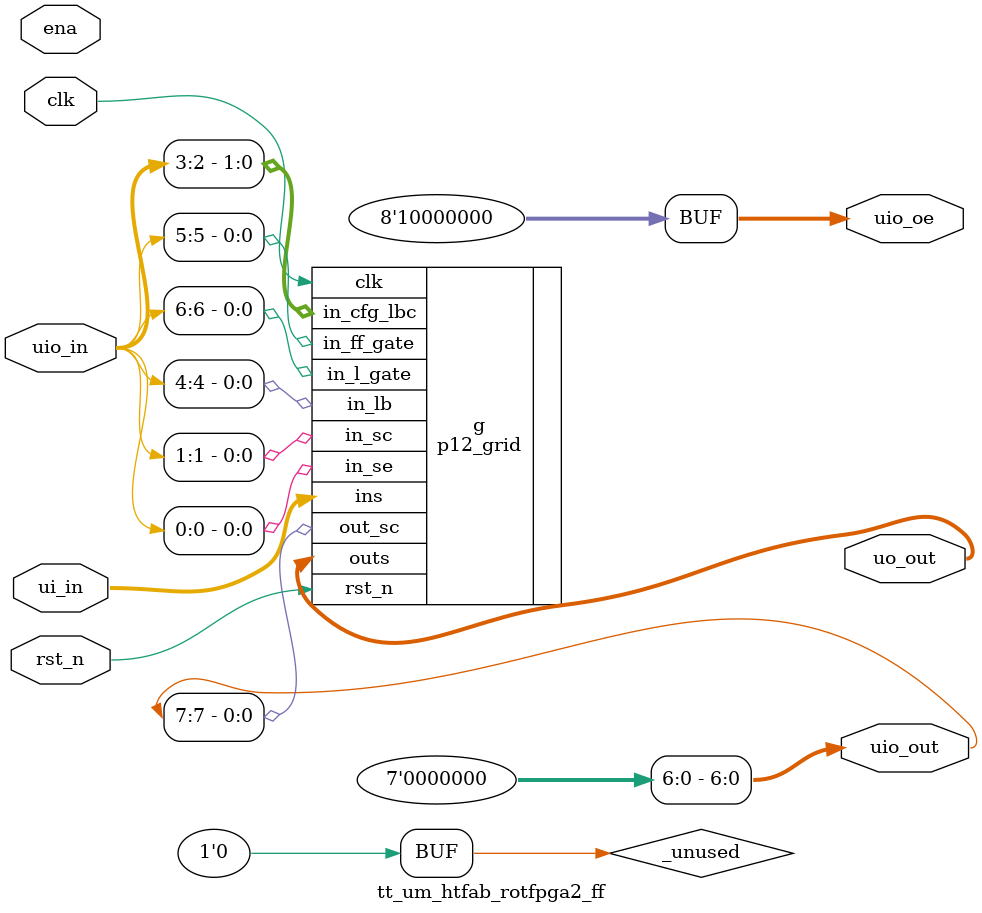
<source format=v>
`default_nettype none

module tt_um_htfab_rotfpga2_ff (
    input  wire [7:0] ui_in,    // input pins (for user input)
    output wire [7:0] uo_out,   // output pins (for user output)
    input  wire [7:0] uio_in,   // bidirectional input pins (for scan chain, configuration and loop breaker input)
    output wire [7:0] uio_out,  // bidirectional output pins (for scan chain output)
    output wire [7:0] uio_oe,   // direction of bidirectional pins (0=input, 1=output)
    input  wire       ena,      // whether design is enabled (unused)
    input  wire       clk,      // clock
    input  wire       rst_n     // active-low reset
);

    p12_grid g (
        .clk(clk),
        .rst_n(rst_n),
        .in_se(uio_in[0]),
        .in_sc(uio_in[1]),
        .in_cfg_lbc(uio_in[3:2]),
        .in_lb(uio_in[4]),
        .in_ff_gate(uio_in[5]),
        .in_l_gate(uio_in[6]),
        .ins(ui_in),
        .out_sc(uio_out[7]),
        .outs(uo_out)
    );

    assign uio_out[6:0] = 7'b0000000;
    assign uio_oe[6:0] = 7'b0000000;
    assign uio_oe[7] = 1'b1;

    wire _unused = &{uio_in[7], ena, 1'b0};

endmodule

</source>
